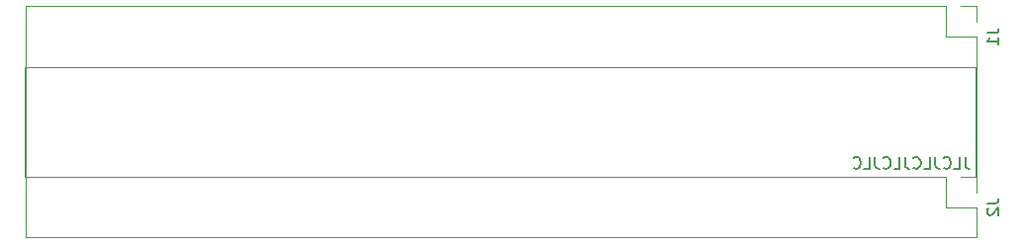
<source format=gbr>
%TF.GenerationSoftware,KiCad,Pcbnew,7.0.1*%
%TF.CreationDate,2023-09-10T19:43:46+01:00*%
%TF.ProjectId,Bridge,42726964-6765-42e6-9b69-6361645f7063,rev?*%
%TF.SameCoordinates,Original*%
%TF.FileFunction,Legend,Bot*%
%TF.FilePolarity,Positive*%
%FSLAX46Y46*%
G04 Gerber Fmt 4.6, Leading zero omitted, Abs format (unit mm)*
G04 Created by KiCad (PCBNEW 7.0.1) date 2023-09-10 19:43:46*
%MOMM*%
%LPD*%
G01*
G04 APERTURE LIST*
%ADD10C,0.150000*%
%ADD11C,0.120000*%
%ADD12R,1.700000X1.700000*%
%ADD13O,1.700000X1.700000*%
G04 APERTURE END LIST*
D10*
X63440000Y-47050000D02*
X63440000Y-56455000D01*
X144840000Y-56455000D02*
X144840000Y-47050000D01*
X143875190Y-54757619D02*
X143875190Y-55471904D01*
X143875190Y-55471904D02*
X143922809Y-55614761D01*
X143922809Y-55614761D02*
X144018047Y-55710000D01*
X144018047Y-55710000D02*
X144160904Y-55757619D01*
X144160904Y-55757619D02*
X144256142Y-55757619D01*
X142922809Y-55757619D02*
X143398999Y-55757619D01*
X143398999Y-55757619D02*
X143398999Y-54757619D01*
X142018047Y-55662380D02*
X142065666Y-55710000D01*
X142065666Y-55710000D02*
X142208523Y-55757619D01*
X142208523Y-55757619D02*
X142303761Y-55757619D01*
X142303761Y-55757619D02*
X142446618Y-55710000D01*
X142446618Y-55710000D02*
X142541856Y-55614761D01*
X142541856Y-55614761D02*
X142589475Y-55519523D01*
X142589475Y-55519523D02*
X142637094Y-55329047D01*
X142637094Y-55329047D02*
X142637094Y-55186190D01*
X142637094Y-55186190D02*
X142589475Y-54995714D01*
X142589475Y-54995714D02*
X142541856Y-54900476D01*
X142541856Y-54900476D02*
X142446618Y-54805238D01*
X142446618Y-54805238D02*
X142303761Y-54757619D01*
X142303761Y-54757619D02*
X142208523Y-54757619D01*
X142208523Y-54757619D02*
X142065666Y-54805238D01*
X142065666Y-54805238D02*
X142018047Y-54852857D01*
X141303761Y-54757619D02*
X141303761Y-55471904D01*
X141303761Y-55471904D02*
X141351380Y-55614761D01*
X141351380Y-55614761D02*
X141446618Y-55710000D01*
X141446618Y-55710000D02*
X141589475Y-55757619D01*
X141589475Y-55757619D02*
X141684713Y-55757619D01*
X140351380Y-55757619D02*
X140827570Y-55757619D01*
X140827570Y-55757619D02*
X140827570Y-54757619D01*
X139446618Y-55662380D02*
X139494237Y-55710000D01*
X139494237Y-55710000D02*
X139637094Y-55757619D01*
X139637094Y-55757619D02*
X139732332Y-55757619D01*
X139732332Y-55757619D02*
X139875189Y-55710000D01*
X139875189Y-55710000D02*
X139970427Y-55614761D01*
X139970427Y-55614761D02*
X140018046Y-55519523D01*
X140018046Y-55519523D02*
X140065665Y-55329047D01*
X140065665Y-55329047D02*
X140065665Y-55186190D01*
X140065665Y-55186190D02*
X140018046Y-54995714D01*
X140018046Y-54995714D02*
X139970427Y-54900476D01*
X139970427Y-54900476D02*
X139875189Y-54805238D01*
X139875189Y-54805238D02*
X139732332Y-54757619D01*
X139732332Y-54757619D02*
X139637094Y-54757619D01*
X139637094Y-54757619D02*
X139494237Y-54805238D01*
X139494237Y-54805238D02*
X139446618Y-54852857D01*
X138732332Y-54757619D02*
X138732332Y-55471904D01*
X138732332Y-55471904D02*
X138779951Y-55614761D01*
X138779951Y-55614761D02*
X138875189Y-55710000D01*
X138875189Y-55710000D02*
X139018046Y-55757619D01*
X139018046Y-55757619D02*
X139113284Y-55757619D01*
X137779951Y-55757619D02*
X138256141Y-55757619D01*
X138256141Y-55757619D02*
X138256141Y-54757619D01*
X136875189Y-55662380D02*
X136922808Y-55710000D01*
X136922808Y-55710000D02*
X137065665Y-55757619D01*
X137065665Y-55757619D02*
X137160903Y-55757619D01*
X137160903Y-55757619D02*
X137303760Y-55710000D01*
X137303760Y-55710000D02*
X137398998Y-55614761D01*
X137398998Y-55614761D02*
X137446617Y-55519523D01*
X137446617Y-55519523D02*
X137494236Y-55329047D01*
X137494236Y-55329047D02*
X137494236Y-55186190D01*
X137494236Y-55186190D02*
X137446617Y-54995714D01*
X137446617Y-54995714D02*
X137398998Y-54900476D01*
X137398998Y-54900476D02*
X137303760Y-54805238D01*
X137303760Y-54805238D02*
X137160903Y-54757619D01*
X137160903Y-54757619D02*
X137065665Y-54757619D01*
X137065665Y-54757619D02*
X136922808Y-54805238D01*
X136922808Y-54805238D02*
X136875189Y-54852857D01*
X136160903Y-54757619D02*
X136160903Y-55471904D01*
X136160903Y-55471904D02*
X136208522Y-55614761D01*
X136208522Y-55614761D02*
X136303760Y-55710000D01*
X136303760Y-55710000D02*
X136446617Y-55757619D01*
X136446617Y-55757619D02*
X136541855Y-55757619D01*
X135208522Y-55757619D02*
X135684712Y-55757619D01*
X135684712Y-55757619D02*
X135684712Y-54757619D01*
X134303760Y-55662380D02*
X134351379Y-55710000D01*
X134351379Y-55710000D02*
X134494236Y-55757619D01*
X134494236Y-55757619D02*
X134589474Y-55757619D01*
X134589474Y-55757619D02*
X134732331Y-55710000D01*
X134732331Y-55710000D02*
X134827569Y-55614761D01*
X134827569Y-55614761D02*
X134875188Y-55519523D01*
X134875188Y-55519523D02*
X134922807Y-55329047D01*
X134922807Y-55329047D02*
X134922807Y-55186190D01*
X134922807Y-55186190D02*
X134875188Y-54995714D01*
X134875188Y-54995714D02*
X134827569Y-54900476D01*
X134827569Y-54900476D02*
X134732331Y-54805238D01*
X134732331Y-54805238D02*
X134589474Y-54757619D01*
X134589474Y-54757619D02*
X134494236Y-54757619D01*
X134494236Y-54757619D02*
X134351379Y-54805238D01*
X134351379Y-54805238D02*
X134303760Y-54852857D01*
%TO.C,J2*%
X145742619Y-58721666D02*
X146456904Y-58721666D01*
X146456904Y-58721666D02*
X146599761Y-58674047D01*
X146599761Y-58674047D02*
X146695000Y-58578809D01*
X146695000Y-58578809D02*
X146742619Y-58435952D01*
X146742619Y-58435952D02*
X146742619Y-58340714D01*
X145837857Y-59150238D02*
X145790238Y-59197857D01*
X145790238Y-59197857D02*
X145742619Y-59293095D01*
X145742619Y-59293095D02*
X145742619Y-59531190D01*
X145742619Y-59531190D02*
X145790238Y-59626428D01*
X145790238Y-59626428D02*
X145837857Y-59674047D01*
X145837857Y-59674047D02*
X145933095Y-59721666D01*
X145933095Y-59721666D02*
X146028333Y-59721666D01*
X146028333Y-59721666D02*
X146171190Y-59674047D01*
X146171190Y-59674047D02*
X146742619Y-59102619D01*
X146742619Y-59102619D02*
X146742619Y-59721666D01*
%TO.C,J1*%
X145742619Y-44116666D02*
X146456904Y-44116666D01*
X146456904Y-44116666D02*
X146599761Y-44069047D01*
X146599761Y-44069047D02*
X146695000Y-43973809D01*
X146695000Y-43973809D02*
X146742619Y-43830952D01*
X146742619Y-43830952D02*
X146742619Y-43735714D01*
X146742619Y-45116666D02*
X146742619Y-44545238D01*
X146742619Y-44830952D02*
X145742619Y-44830952D01*
X145742619Y-44830952D02*
X145885476Y-44735714D01*
X145885476Y-44735714D02*
X145980714Y-44640476D01*
X145980714Y-44640476D02*
X146028333Y-44545238D01*
D11*
%TO.C,J2*%
X63440000Y-61655000D02*
X63440000Y-56455000D01*
X144840000Y-61655000D02*
X63440000Y-61655000D01*
X144840000Y-61655000D02*
X144840000Y-59055000D01*
X142240000Y-59055000D02*
X142240000Y-56455000D01*
X144840000Y-59055000D02*
X142240000Y-59055000D01*
X144840000Y-57785000D02*
X144840000Y-56455000D01*
X142240000Y-56455000D02*
X63440000Y-56455000D01*
X144840000Y-56455000D02*
X143510000Y-56455000D01*
%TO.C,J1*%
X63440000Y-47050000D02*
X63440000Y-41850000D01*
X144840000Y-47050000D02*
X63440000Y-47050000D01*
X144840000Y-47050000D02*
X144840000Y-44450000D01*
X142240000Y-44450000D02*
X142240000Y-41850000D01*
X144840000Y-44450000D02*
X142240000Y-44450000D01*
X144840000Y-43180000D02*
X144840000Y-41850000D01*
X142240000Y-41850000D02*
X63440000Y-41850000D01*
X144840000Y-41850000D02*
X143510000Y-41850000D01*
%TD*%
%LPC*%
D12*
%TO.C,J2*%
X143510000Y-57785000D03*
D13*
X143510000Y-60325000D03*
X140970000Y-57785000D03*
X140970000Y-60325000D03*
X138430000Y-57785000D03*
X138430000Y-60325000D03*
X135890000Y-57785000D03*
X135890000Y-60325000D03*
X133350000Y-57785000D03*
X133350000Y-60325000D03*
X130810000Y-57785000D03*
X130810000Y-60325000D03*
X128270000Y-57785000D03*
X128270000Y-60325000D03*
X125730000Y-57785000D03*
X125730000Y-60325000D03*
X123190000Y-57785000D03*
X123190000Y-60325000D03*
X120650000Y-57785000D03*
X120650000Y-60325000D03*
X118110000Y-57785000D03*
X118110000Y-60325000D03*
X115570000Y-57785000D03*
X115570000Y-60325000D03*
X113030000Y-57785000D03*
X113030000Y-60325000D03*
X110490000Y-57785000D03*
X110490000Y-60325000D03*
X107950000Y-57785000D03*
X107950000Y-60325000D03*
X105410000Y-57785000D03*
X105410000Y-60325000D03*
X102870000Y-57785000D03*
X102870000Y-60325000D03*
X100330000Y-57785000D03*
X100330000Y-60325000D03*
X97790000Y-57785000D03*
X97790000Y-60325000D03*
X95250000Y-57785000D03*
X95250000Y-60325000D03*
X92710000Y-57785000D03*
X92710000Y-60325000D03*
X90170000Y-57785000D03*
X90170000Y-60325000D03*
X87630000Y-57785000D03*
X87630000Y-60325000D03*
X85090000Y-57785000D03*
X85090000Y-60325000D03*
X82550000Y-57785000D03*
X82550000Y-60325000D03*
X80010000Y-57785000D03*
X80010000Y-60325000D03*
X77470000Y-57785000D03*
X77470000Y-60325000D03*
X74930000Y-57785000D03*
X74930000Y-60325000D03*
X72390000Y-57785000D03*
X72390000Y-60325000D03*
X69850000Y-57785000D03*
X69850000Y-60325000D03*
X67310000Y-57785000D03*
X67310000Y-60325000D03*
X64770000Y-57785000D03*
X64770000Y-60325000D03*
%TD*%
D12*
%TO.C,J1*%
X143510000Y-43180000D03*
D13*
X143510000Y-45720000D03*
X140970000Y-43180000D03*
X140970000Y-45720000D03*
X138430000Y-43180000D03*
X138430000Y-45720000D03*
X135890000Y-43180000D03*
X135890000Y-45720000D03*
X133350000Y-43180000D03*
X133350000Y-45720000D03*
X130810000Y-43180000D03*
X130810000Y-45720000D03*
X128270000Y-43180000D03*
X128270000Y-45720000D03*
X125730000Y-43180000D03*
X125730000Y-45720000D03*
X123190000Y-43180000D03*
X123190000Y-45720000D03*
X120650000Y-43180000D03*
X120650000Y-45720000D03*
X118110000Y-43180000D03*
X118110000Y-45720000D03*
X115570000Y-43180000D03*
X115570000Y-45720000D03*
X113030000Y-43180000D03*
X113030000Y-45720000D03*
X110490000Y-43180000D03*
X110490000Y-45720000D03*
X107950000Y-43180000D03*
X107950000Y-45720000D03*
X105410000Y-43180000D03*
X105410000Y-45720000D03*
X102870000Y-43180000D03*
X102870000Y-45720000D03*
X100330000Y-43180000D03*
X100330000Y-45720000D03*
X97790000Y-43180000D03*
X97790000Y-45720000D03*
X95250000Y-43180000D03*
X95250000Y-45720000D03*
X92710000Y-43180000D03*
X92710000Y-45720000D03*
X90170000Y-43180000D03*
X90170000Y-45720000D03*
X87630000Y-43180000D03*
X87630000Y-45720000D03*
X85090000Y-43180000D03*
X85090000Y-45720000D03*
X82550000Y-43180000D03*
X82550000Y-45720000D03*
X80010000Y-43180000D03*
X80010000Y-45720000D03*
X77470000Y-43180000D03*
X77470000Y-45720000D03*
X74930000Y-43180000D03*
X74930000Y-45720000D03*
X72390000Y-43180000D03*
X72390000Y-45720000D03*
X69850000Y-43180000D03*
X69850000Y-45720000D03*
X67310000Y-43180000D03*
X67310000Y-45720000D03*
X64770000Y-43180000D03*
X64770000Y-45720000D03*
%TD*%
M02*

</source>
